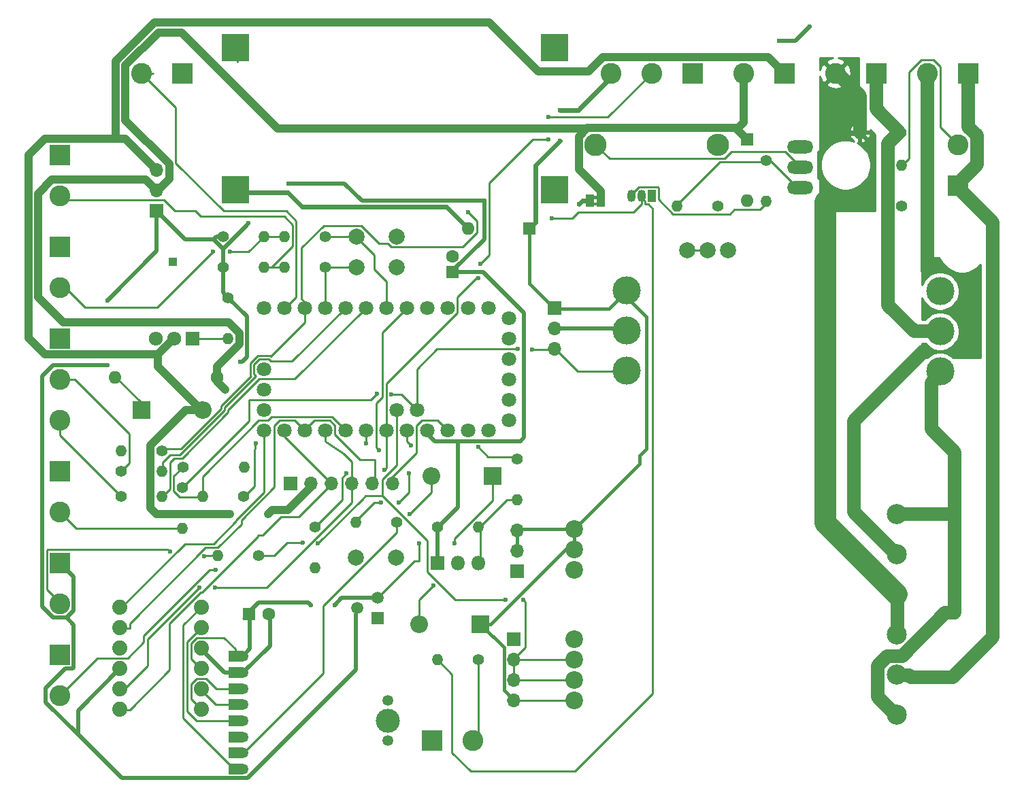
<source format=gbr>
G04 #@! TF.GenerationSoftware,KiCad,Pcbnew,5.1.12-84ad8e8a86~92~ubuntu18.04.1*
G04 #@! TF.CreationDate,2021-12-29T15:08:18+01:00*
G04 #@! TF.ProjectId,HM-LC-Bl1-FM_FUEL4EP_PCB,484d2d4c-432d-4426-9c31-2d464d5f4655,rev?*
G04 #@! TF.SameCoordinates,Original*
G04 #@! TF.FileFunction,Copper,L1,Top*
G04 #@! TF.FilePolarity,Positive*
%FSLAX46Y46*%
G04 Gerber Fmt 4.6, Leading zero omitted, Abs format (unit mm)*
G04 Created by KiCad (PCBNEW 5.1.12-84ad8e8a86~92~ubuntu18.04.1) date 2021-12-29 15:08:18*
%MOMM*%
%LPD*%
G01*
G04 APERTURE LIST*
G04 #@! TA.AperFunction,EtchedComponent*
%ADD10C,0.100000*%
G04 #@! TD*
G04 #@! TA.AperFunction,ComponentPad*
%ADD11R,1.000000X1.000000*%
G04 #@! TD*
G04 #@! TA.AperFunction,ComponentPad*
%ADD12O,1.600000X1.600000*%
G04 #@! TD*
G04 #@! TA.AperFunction,ComponentPad*
%ADD13C,1.600000*%
G04 #@! TD*
G04 #@! TA.AperFunction,ComponentPad*
%ADD14R,3.500000X3.500000*%
G04 #@! TD*
G04 #@! TA.AperFunction,ComponentPad*
%ADD15O,1.400000X1.400000*%
G04 #@! TD*
G04 #@! TA.AperFunction,ComponentPad*
%ADD16C,1.400000*%
G04 #@! TD*
G04 #@! TA.AperFunction,ComponentPad*
%ADD17C,3.000000*%
G04 #@! TD*
G04 #@! TA.AperFunction,ComponentPad*
%ADD18C,1.350000*%
G04 #@! TD*
G04 #@! TA.AperFunction,ConnectorPad*
%ADD19R,1.800000X1.350000*%
G04 #@! TD*
G04 #@! TA.AperFunction,ComponentPad*
%ADD20O,1.700000X1.700000*%
G04 #@! TD*
G04 #@! TA.AperFunction,ComponentPad*
%ADD21R,1.700000X1.700000*%
G04 #@! TD*
G04 #@! TA.AperFunction,ComponentPad*
%ADD22O,2.800000X2.800000*%
G04 #@! TD*
G04 #@! TA.AperFunction,ComponentPad*
%ADD23C,2.800000*%
G04 #@! TD*
G04 #@! TA.AperFunction,ComponentPad*
%ADD24O,2.200000X2.200000*%
G04 #@! TD*
G04 #@! TA.AperFunction,ComponentPad*
%ADD25R,2.200000X2.200000*%
G04 #@! TD*
G04 #@! TA.AperFunction,ComponentPad*
%ADD26R,1.600000X1.600000*%
G04 #@! TD*
G04 #@! TA.AperFunction,ComponentPad*
%ADD27C,2.000000*%
G04 #@! TD*
G04 #@! TA.AperFunction,ComponentPad*
%ADD28C,1.879600*%
G04 #@! TD*
G04 #@! TA.AperFunction,ComponentPad*
%ADD29C,2.600000*%
G04 #@! TD*
G04 #@! TA.AperFunction,ComponentPad*
%ADD30R,2.600000X2.600000*%
G04 #@! TD*
G04 #@! TA.AperFunction,ComponentPad*
%ADD31C,2.200000*%
G04 #@! TD*
G04 #@! TA.AperFunction,ComponentPad*
%ADD32C,2.500000*%
G04 #@! TD*
G04 #@! TA.AperFunction,SMDPad,CuDef*
%ADD33R,1.000000X1.500000*%
G04 #@! TD*
G04 #@! TA.AperFunction,ComponentPad*
%ADD34C,1.800000*%
G04 #@! TD*
G04 #@! TA.AperFunction,ComponentPad*
%ADD35C,1.498600*%
G04 #@! TD*
G04 #@! TA.AperFunction,ComponentPad*
%ADD36R,1.498600X1.498600*%
G04 #@! TD*
G04 #@! TA.AperFunction,ComponentPad*
%ADD37C,3.500000*%
G04 #@! TD*
G04 #@! TA.AperFunction,ComponentPad*
%ADD38O,3.251200X1.625600*%
G04 #@! TD*
G04 #@! TA.AperFunction,ComponentPad*
%ADD39R,1.050000X1.500000*%
G04 #@! TD*
G04 #@! TA.AperFunction,ComponentPad*
%ADD40O,1.050000X1.500000*%
G04 #@! TD*
G04 #@! TA.AperFunction,ComponentPad*
%ADD41O,1.800000X1.800000*%
G04 #@! TD*
G04 #@! TA.AperFunction,ComponentPad*
%ADD42R,1.800000X1.800000*%
G04 #@! TD*
G04 #@! TA.AperFunction,ComponentPad*
%ADD43O,1.717500X1.800000*%
G04 #@! TD*
G04 #@! TA.AperFunction,ComponentPad*
%ADD44R,1.717500X1.800000*%
G04 #@! TD*
G04 #@! TA.AperFunction,ViaPad*
%ADD45C,0.600000*%
G04 #@! TD*
G04 #@! TA.AperFunction,ViaPad*
%ADD46C,1.000000*%
G04 #@! TD*
G04 #@! TA.AperFunction,Conductor*
%ADD47C,0.500000*%
G04 #@! TD*
G04 #@! TA.AperFunction,Conductor*
%ADD48C,0.250000*%
G04 #@! TD*
G04 #@! TA.AperFunction,Conductor*
%ADD49C,0.600000*%
G04 #@! TD*
G04 #@! TA.AperFunction,Conductor*
%ADD50C,0.400000*%
G04 #@! TD*
G04 #@! TA.AperFunction,Conductor*
%ADD51C,1.700000*%
G04 #@! TD*
G04 #@! TA.AperFunction,Conductor*
%ADD52C,2.700000*%
G04 #@! TD*
G04 #@! TA.AperFunction,Conductor*
%ADD53C,1.000000*%
G04 #@! TD*
G04 #@! TA.AperFunction,Conductor*
%ADD54C,0.254000*%
G04 #@! TD*
G04 #@! TA.AperFunction,Conductor*
%ADD55C,0.100000*%
G04 #@! TD*
G04 APERTURE END LIST*
D10*
G36*
X102470000Y9725000D02*
G01*
X101970000Y9725000D01*
X101970000Y10125000D01*
X102470000Y10125000D01*
X102470000Y9725000D01*
G37*
G36*
X102470000Y8925000D02*
G01*
X101970000Y8925000D01*
X101970000Y9325000D01*
X102470000Y9325000D01*
X102470000Y8925000D01*
G37*
D11*
X49657000Y1905000D03*
D12*
X42418000Y-12446000D03*
D13*
X55118000Y-12446000D03*
D14*
X97104000Y10875000D03*
X97104000Y28575000D03*
X57404000Y10875000D03*
X57404000Y28575000D03*
D15*
X58534300Y-23609300D03*
D16*
X50914300Y-23609300D03*
D17*
X76380000Y-55220000D03*
D18*
X76380000Y-57720000D03*
X76380000Y-52720000D03*
D19*
X57380000Y-59220000D03*
X57380000Y-57220000D03*
X57380000Y-55220000D03*
X57380000Y-53220000D03*
X57380000Y-51220000D03*
X57380000Y-49220000D03*
X57380000Y-47220000D03*
D18*
X58380000Y-59220000D03*
X58380000Y-57220000D03*
X58380000Y-55220000D03*
X58380000Y-53220000D03*
X58380000Y-51220000D03*
X58380000Y-49220000D03*
X58380000Y-47220000D03*
D19*
X57380000Y-61220000D03*
D18*
X58380000Y-61220000D03*
D20*
X76962000Y-25654000D03*
X74422000Y-25654000D03*
X71882000Y-25654000D03*
X69342000Y-25654000D03*
X66802000Y-25654000D03*
D21*
X64262000Y-25654000D03*
D20*
X92456000Y-31496000D03*
X92456000Y-34036000D03*
D21*
X92456000Y-36576000D03*
D15*
X43180000Y-21590000D03*
D16*
X48260000Y-21590000D03*
D15*
X82550000Y-47625000D03*
D16*
X87630000Y-47625000D03*
D15*
X123444000Y9474200D03*
D16*
X123444000Y14554200D03*
D15*
X112395000Y8890000D03*
D16*
X117475000Y8890000D03*
D15*
X72390000Y-30480000D03*
D16*
X77470000Y-30480000D03*
D15*
X140335000Y13970000D03*
D16*
X140335000Y8890000D03*
D15*
X135128000Y18034000D03*
D16*
X140208000Y18034000D03*
D15*
X87630000Y-31115000D03*
D16*
X82550000Y-31115000D03*
D15*
X92456000Y-27686000D03*
D16*
X92456000Y-22606000D03*
D15*
X67310000Y-36195000D03*
D16*
X67310000Y-31115000D03*
D15*
X55245000Y-34671000D03*
D16*
X60325000Y-34671000D03*
D15*
X50800000Y-31242000D03*
D16*
X50800000Y-26162000D03*
D15*
X63500000Y1270000D03*
D16*
X68580000Y1270000D03*
D15*
X63500000Y5080000D03*
D16*
X68580000Y5080000D03*
D15*
X48260000Y-24130000D03*
D16*
X43180000Y-24130000D03*
D15*
X60960000Y1270000D03*
D16*
X55880000Y1270000D03*
D15*
X60960000Y5080000D03*
D16*
X55880000Y5080000D03*
D15*
X53340000Y-27305000D03*
D16*
X58420000Y-27305000D03*
D15*
X56515000Y-7620000D03*
D16*
X56515000Y-2540000D03*
D15*
X48260000Y-27305000D03*
D16*
X43180000Y-27305000D03*
D22*
X117475000Y16510000D03*
D23*
X102235000Y16510000D03*
D24*
X53340000Y-16510000D03*
D25*
X45720000Y-16510000D03*
D24*
X80264000Y-43180000D03*
D25*
X87884000Y-43180000D03*
D24*
X81788000Y-24765000D03*
D25*
X89408000Y-24765000D03*
D13*
X84455000Y2635000D03*
D26*
X84455000Y635000D03*
D27*
X77390000Y-34925000D03*
X72390000Y-34925000D03*
X77470000Y5080000D03*
X72470000Y5080000D03*
X77470000Y1270000D03*
X72470000Y1270000D03*
D13*
X61595000Y-41910000D03*
D26*
X59095000Y-41910000D03*
D20*
X92075000Y-52705000D03*
X92075000Y-50165000D03*
X92075000Y-47625000D03*
D21*
X92075000Y-45085000D03*
D20*
X97155000Y-8890000D03*
X97155000Y-6350000D03*
D21*
X97155000Y-3810000D03*
D28*
X53213000Y-41071800D03*
X53213000Y-43611800D03*
X53213000Y-51231800D03*
X53213000Y-53771800D03*
X53213000Y-48691800D03*
X43053000Y-41071800D03*
X43053000Y-43611800D03*
X43053000Y-51231800D03*
X43053000Y-53771800D03*
X43053000Y-48691800D03*
X43053000Y-46151800D03*
X53213000Y-46151800D03*
D29*
X86995000Y-57658000D03*
D30*
X81915000Y-57658000D03*
D29*
X120650000Y25400000D03*
D30*
X125730000Y25400000D03*
D29*
X143510000Y25400000D03*
D30*
X148590000Y25400000D03*
D29*
X147320000Y16510000D03*
D30*
X147320000Y11430000D03*
D29*
X132080000Y25400000D03*
D30*
X137160000Y25400000D03*
D29*
X104140000Y25400000D03*
X109220000Y25400000D03*
D30*
X114300000Y25400000D03*
D31*
X99625000Y-36455000D03*
X99625000Y-33915000D03*
X99625000Y-31375000D03*
X99625000Y-45085000D03*
X99625000Y-47625000D03*
X99625000Y-50165000D03*
X99625000Y-52705000D03*
D32*
X139675000Y-29455000D03*
X139675000Y-34455000D03*
X139675000Y-39455000D03*
X139675000Y-44455000D03*
X139675000Y-49455000D03*
X139675000Y-54455000D03*
D33*
X101570000Y9525000D03*
X102870000Y9525000D03*
D34*
X60960000Y-13970000D03*
X60960000Y-16510000D03*
X60960000Y-19050000D03*
X63500000Y-19050000D03*
X66040000Y-19050000D03*
X68580000Y-19050000D03*
X71120000Y-19050000D03*
X73660000Y-19050000D03*
X76200000Y-19050000D03*
X78740000Y-19050000D03*
X81280000Y-19050000D03*
X83820000Y-19050000D03*
X86360000Y-19050000D03*
X88900000Y-19050000D03*
X88900000Y-3810000D03*
X86360000Y-3810000D03*
X83820000Y-3810000D03*
X81280000Y-3810000D03*
X78740000Y-3810000D03*
X76200000Y-3810000D03*
X73660000Y-3810000D03*
X71120000Y-3810000D03*
X68580000Y-3810000D03*
X66040000Y-3810000D03*
X63500000Y-3810000D03*
X60960000Y-3810000D03*
X77470000Y-16510000D03*
X80010000Y-16510000D03*
X60960000Y-11430000D03*
X91440000Y-5080000D03*
X91440000Y-7620000D03*
X91440000Y-10160000D03*
X91440000Y-12700000D03*
X91440000Y-15240000D03*
X91440000Y-17780000D03*
D29*
X35560000Y10160000D03*
D30*
X35560000Y15240000D03*
D29*
X35560000Y-1270000D03*
D30*
X35560000Y3810000D03*
D29*
X35560000Y-40640000D03*
D30*
X35560000Y-35560000D03*
D29*
X35560000Y-52070000D03*
D30*
X35560000Y-46990000D03*
D29*
X35560000Y-29210000D03*
D30*
X35560000Y-24130000D03*
D29*
X45720000Y25400000D03*
D30*
X50800000Y25400000D03*
D29*
X35560000Y-17780000D03*
X35560000Y-12700000D03*
D30*
X35560000Y-7620000D03*
D35*
X75082400Y-39928800D03*
X72542400Y-41198800D03*
D36*
X75082400Y-42468800D03*
D27*
X118680000Y3350000D03*
X116140000Y3350000D03*
X113600000Y3350000D03*
D37*
X106100000Y-1650000D03*
X106100000Y-6650000D03*
X106100000Y-11650000D03*
X145100000Y-1750000D03*
X145100000Y-6750000D03*
X145100000Y-11750000D03*
D38*
X127711200Y16230600D03*
X127711200Y13690600D03*
X127711200Y11150600D03*
D39*
X109220000Y10160000D03*
D40*
X106680000Y10160000D03*
X107950000Y10160000D03*
D41*
X87630000Y-35560000D03*
X85090000Y-35560000D03*
D42*
X82550000Y-35560000D03*
D43*
X47490000Y-7620000D03*
X49780000Y-7620000D03*
D44*
X52070000Y-7620000D03*
D20*
X47625000Y13335000D03*
X47625000Y10795000D03*
D21*
X47625000Y8255000D03*
D12*
X121056400Y9575800D03*
D26*
X121056400Y17195800D03*
D12*
X86360000Y6096000D03*
D26*
X93980000Y6096000D03*
D45*
X125095000Y29464000D03*
X128905000Y31242000D03*
X54864000Y-38608000D03*
X52959000Y-38608000D03*
X88392000Y9525000D03*
X58039000Y-10541000D03*
X41529000Y-10922000D03*
X41478200Y-2895600D03*
X63995300Y11658600D03*
X59055002Y6705600D03*
X100203000Y9144000D03*
X79121000Y-29464000D03*
X82042000Y-38354000D03*
X97790000Y17018000D03*
X97790000Y20828000D03*
X86360000Y8128000D03*
X96774000Y7366000D03*
X92595000Y-8934999D03*
X94361000Y-9017000D03*
X76835000Y-14605000D03*
X75057000Y-14478000D03*
X65786000Y-33020000D03*
X67684943Y-33140943D03*
X91059000Y-40132000D03*
X93218000Y-40132000D03*
X96393000Y17145000D03*
X96393000Y19939000D03*
X75946000Y-24003002D03*
X87630000Y-127000D03*
X87884000Y1651000D03*
X71252145Y-24448225D03*
X79248000Y-20955000D03*
X87630000Y-21150001D03*
X77724000Y-28067000D03*
X78994000Y-24384000D03*
X75565000Y-28067000D03*
X75276516Y-21523204D03*
X73660000Y-20701000D03*
X59944000Y-20701000D03*
X56769000Y3175000D03*
X54609998Y3175000D03*
X80264000Y-33147000D03*
X84709000Y-33147000D03*
X69748400Y-40817800D03*
X66776600Y-40817800D03*
X54991000Y-36449000D03*
X53531441Y-34735441D03*
X49278558Y-34165558D03*
X151650001Y-44818999D03*
D46*
X56769000Y-29464000D03*
X61468000Y-29464000D03*
X56134000Y-13970000D03*
D47*
X97155000Y-6350000D02*
X105410000Y-6350000D01*
X57380000Y-49220000D02*
X56078000Y-49220000D01*
X56078000Y-49220000D02*
X53086000Y-46228000D01*
X58380000Y-49220000D02*
X61722000Y-45878000D01*
X61722000Y-45878000D02*
X61722000Y-42164000D01*
X61722000Y-42164000D02*
X61722000Y-41910000D01*
D48*
X57658000Y26853002D02*
X57658000Y27940000D01*
D47*
X125095000Y29464000D02*
X127127000Y29464000D01*
X127127000Y29464000D02*
X128905000Y31242000D01*
D48*
X69342000Y-25654000D02*
X63500000Y-19812000D01*
X63500000Y-19812000D02*
X63500000Y-19050000D01*
X44255077Y-53848000D02*
X49208077Y-48895000D01*
X42926000Y-53848000D02*
X44255077Y-53848000D01*
X60222093Y-32140001D02*
X60817001Y-32140001D01*
X60817001Y-32140001D02*
X63086999Y-29870003D01*
X68166999Y-24478999D02*
X69342000Y-25654000D01*
X63086999Y-29870003D02*
X65252997Y-29870003D01*
X65252997Y-29870003D02*
X69342000Y-25781000D01*
X60222093Y-32269909D02*
X60222093Y-32140001D01*
X53259001Y-39233001D02*
X60222093Y-32269909D01*
X53129093Y-39233001D02*
X53259001Y-39233001D01*
X49208077Y-43154017D02*
X53129093Y-39233001D01*
X49208077Y-48895000D02*
X49208077Y-43154017D01*
X71882000Y-28060002D02*
X61334002Y-38608000D01*
X71882000Y-25654000D02*
X71882000Y-28060002D01*
X61334002Y-38608000D02*
X54864000Y-38608000D01*
X46482000Y-45085000D02*
X46482000Y-48387000D01*
X52959000Y-38608000D02*
X46482000Y-45085000D01*
X46482000Y-48387000D02*
X43561000Y-51308000D01*
X68580000Y-19648998D02*
X68580000Y-19050000D01*
X70866000Y-21971000D02*
X68580000Y-20447000D01*
X68580000Y-20447000D02*
X68580000Y-19050000D01*
X71882000Y-25146000D02*
X71882000Y-22987000D01*
X71882000Y-22987000D02*
X70866000Y-21971000D01*
X44255077Y-43688000D02*
X42926000Y-43688000D01*
X44255077Y-43127921D02*
X44255077Y-43688000D01*
X53736999Y-33645999D02*
X44255077Y-43127921D01*
X66040000Y-19050000D02*
X64814999Y-17824999D01*
X55254001Y-33645999D02*
X53736999Y-33645999D01*
X62274999Y-18461999D02*
X62274999Y-26123999D01*
X62274999Y-26123999D02*
X58166000Y-30232998D01*
X58166000Y-30734000D02*
X55254001Y-33645999D01*
X64814999Y-17824999D02*
X62911999Y-17824999D01*
X62911999Y-17824999D02*
X62274999Y-18461999D01*
X58166000Y-30232998D02*
X58166000Y-30734000D01*
X74422000Y-25654000D02*
X74793001Y-25282999D01*
X74793001Y-25282999D02*
X74793001Y-22686995D01*
X66040000Y-19213004D02*
X66040000Y-19050000D01*
X69168001Y-17824999D02*
X67265001Y-17824999D01*
X69805001Y-18461999D02*
X69168001Y-17824999D01*
X74793001Y-22686995D02*
X72943993Y-22686995D01*
X69805001Y-19548003D02*
X69805001Y-18461999D01*
X72943993Y-22686995D02*
X69805001Y-19548003D01*
X67265001Y-17824999D02*
X66167000Y-18923000D01*
X77470000Y-25400000D02*
X76835000Y-25400000D01*
X79965001Y-18461999D02*
X79965001Y-21852997D01*
X82594999Y-17824999D02*
X80602001Y-17824999D01*
X80602001Y-17824999D02*
X79965001Y-18461999D01*
X76835000Y-24982998D02*
X76835000Y-25654000D01*
X79965001Y-21852997D02*
X76835000Y-24982998D01*
X83820000Y-19050000D02*
X82594999Y-17824999D01*
X52070000Y-7620000D02*
X56388000Y-7620000D01*
D47*
X54704002Y4699000D02*
X55868001Y3535001D01*
X47625000Y8255000D02*
X51181000Y4699000D01*
X55868001Y3535001D02*
X55868001Y-1893001D01*
X55868001Y-1893001D02*
X56515000Y-2540000D01*
X51181000Y4699000D02*
X54704002Y4699000D01*
X88392000Y4721998D02*
X84455000Y784998D01*
X88392000Y9525000D02*
X88392000Y4721998D01*
X88245998Y635000D02*
X93345000Y-4464002D01*
X84455000Y635000D02*
X88245998Y635000D01*
X93345000Y-4464002D02*
X93345000Y-19939000D01*
X93345000Y-19939000D02*
X92883999Y-20400001D01*
X82249001Y-20400001D02*
X81407000Y-19558000D01*
X85136999Y-20400001D02*
X85136999Y-28655001D01*
X85136999Y-20400001D02*
X82249001Y-20400001D01*
X92883999Y-20400001D02*
X85136999Y-20400001D01*
X85136999Y-28655001D02*
X82677000Y-31115000D01*
X58865011Y-4890011D02*
X58865011Y-9968989D01*
X56515000Y-2540000D02*
X58865011Y-4890011D01*
X58865011Y-9968989D02*
X58293000Y-10541000D01*
X58293000Y-10541000D02*
X58039000Y-10541000D01*
X72390000Y-41910000D02*
X72390000Y-48875002D01*
X72390000Y-48875002D02*
X58920001Y-62345001D01*
X58920001Y-62345001D02*
X43244999Y-62345001D01*
X82550000Y-31115000D02*
X82550000Y-35306000D01*
X55085002Y5080000D02*
X54704002Y4699000D01*
X55880000Y5080000D02*
X55085002Y5080000D01*
X84455000Y635000D02*
X88002000Y635000D01*
X37310001Y-37310001D02*
X37310001Y-41480001D01*
X35560000Y-35560000D02*
X37310001Y-37310001D01*
X37310001Y-41480001D02*
X36400001Y-42390001D01*
X36400001Y-42390001D02*
X34719999Y-42390001D01*
X34719999Y-42390001D02*
X33359989Y-41029991D01*
X33359989Y-12310009D02*
X34747998Y-10922000D01*
X33359989Y-41029991D02*
X33359989Y-12310009D01*
X34747998Y-10922000D02*
X41529000Y-10922000D01*
X37820999Y-53923801D02*
X37820999Y-56921001D01*
X43053000Y-48691800D02*
X37820999Y-53923801D01*
X43244999Y-62345001D02*
X37820999Y-56921001D01*
X37820999Y-56921001D02*
X33809999Y-52910001D01*
X37220001Y-48740001D02*
X37310001Y-48650001D01*
X37310001Y-43300001D02*
X36400001Y-42390001D01*
X33809999Y-51178401D02*
X36248399Y-48740001D01*
X37310001Y-48650001D02*
X37310001Y-43300001D01*
X36248399Y-48740001D02*
X37220001Y-48740001D01*
X33809999Y-52910001D02*
X33809999Y-51178401D01*
X47625000Y8255000D02*
X47625000Y3251200D01*
X47625000Y3251200D02*
X41478200Y-2895600D01*
X64033400Y11696700D02*
X63995300Y11658600D01*
X70980300Y11696700D02*
X64033400Y11696700D01*
X88392000Y9525000D02*
X73152000Y9525000D01*
X73152000Y9525000D02*
X70980300Y11696700D01*
X55880000Y3530598D02*
X58755003Y6405601D01*
X55880000Y-728002D02*
X55880000Y3530598D01*
X58755003Y6405601D02*
X59055002Y6705600D01*
D49*
X101570000Y9525000D02*
X100584000Y9525000D01*
X100584000Y9525000D02*
X100203000Y9144000D01*
D48*
X68335001Y-40941001D02*
X77470000Y-31806002D01*
X68335001Y-47264999D02*
X68335001Y-40941001D01*
X77470000Y-31806002D02*
X77470000Y-29972000D01*
X81788000Y-24765000D02*
X81788000Y-26797000D01*
X81788000Y-26797000D02*
X79121000Y-29464000D01*
X68335001Y-47264999D02*
X68335001Y-47361999D01*
X58380000Y-59220000D02*
X57188000Y-59220000D01*
X68335001Y-47264999D02*
X68335001Y-49266999D01*
X68335001Y-49266999D02*
X58420000Y-59182000D01*
X58420000Y-59182000D02*
X57150000Y-59182000D01*
X80264000Y-43180000D02*
X80264000Y-40132000D01*
X80264000Y-40132000D02*
X82042000Y-38354000D01*
X92075000Y-52705000D02*
X98425000Y-52705000D01*
X87884000Y-43180000D02*
X88655001Y-43951001D01*
X87884000Y-43180000D02*
X89154000Y-43180000D01*
D50*
X92456000Y-34036000D02*
X92456000Y-31369000D01*
X92456000Y-31369000D02*
X98552000Y-31369000D01*
D49*
X94748999Y13976999D02*
X94748999Y6864999D01*
X97790000Y17018000D02*
X94748999Y13976999D01*
X94748999Y6864999D02*
X93980000Y6096000D01*
X97790000Y20828000D02*
X100076000Y20828000D01*
X100076000Y20828000D02*
X104267000Y25019000D01*
D48*
X89117998Y-43307000D02*
X87884000Y-43307000D01*
X99625000Y-31375000D02*
X99625000Y-33852000D01*
X98425000Y-52705000D02*
X99695000Y-52705000D01*
D50*
X108585000Y-21336000D02*
X107750001Y-22170999D01*
X108585000Y-4953000D02*
X108585000Y-21336000D01*
X93980000Y-762000D02*
X97155000Y-3937000D01*
X93980000Y6096000D02*
X93980000Y-762000D01*
X97155000Y-3937000D02*
X103886000Y-3937000D01*
X106045000Y-2413000D02*
X108585000Y-4953000D01*
X103886000Y-3937000D02*
X106045000Y-1778000D01*
X106045000Y-1778000D02*
X106045000Y-2413000D01*
X107750001Y-22170999D02*
X107750001Y-23186999D01*
X107750001Y-23186999D02*
X99441000Y-31496000D01*
X99441000Y-31496000D02*
X99568000Y-31623000D01*
X99568000Y-31623000D02*
X99568000Y-33782000D01*
X98531998Y-33782000D02*
X89133998Y-43180000D01*
X99568000Y-33782000D02*
X98531998Y-33782000D01*
X89133998Y-43180000D02*
X88138000Y-43180000D01*
X90824999Y-51454999D02*
X90824999Y-46120999D01*
X92075000Y-52705000D02*
X90824999Y-51454999D01*
X90824999Y-46120999D02*
X88138000Y-43434000D01*
D48*
X58445400Y10680700D02*
X58356500Y10591800D01*
X58356500Y10591800D02*
X58013600Y10934700D01*
D49*
X65694908Y8774990D02*
X63941598Y10528300D01*
X86360000Y6096000D02*
X83681010Y8774990D01*
X83681010Y8774990D02*
X65694908Y8774990D01*
X59194700Y10528300D02*
X57404000Y10528300D01*
X59194700Y10528300D02*
X57746900Y10528300D01*
X63941598Y10528300D02*
X59194700Y10528300D01*
X57746900Y10528300D02*
X57365900Y10909300D01*
D48*
X92456000Y-27686000D02*
X91186000Y-27686000D01*
X91186000Y-27686000D02*
X87884000Y-30988000D01*
X87884000Y-30988000D02*
X87884000Y-35306000D01*
X110005001Y11235001D02*
X107597906Y11235001D01*
X110070001Y11170001D02*
X110005001Y11235001D01*
X122699999Y8399999D02*
X119482003Y8399999D01*
X123825000Y9525000D02*
X122699999Y8399999D01*
X107597906Y11235001D02*
X106680000Y10317095D01*
X119482003Y8399999D02*
X118947003Y7864999D01*
X118947003Y7864999D02*
X111902999Y7864999D01*
X111902999Y7864999D02*
X110070001Y9697997D01*
X110070001Y9697997D02*
X110070001Y11170001D01*
X106680000Y10317095D02*
X106680000Y10287000D01*
X107950000Y9160000D02*
X106918000Y8128000D01*
X107950000Y10160000D02*
X107950000Y9160000D01*
X86360000Y8128000D02*
X87485001Y7002999D01*
X87485001Y7002999D02*
X87485001Y5555999D01*
X85689003Y3760001D02*
X77674609Y3760001D01*
X87485001Y5555999D02*
X85689003Y3760001D01*
X76833999Y3754999D02*
X77674609Y3754999D01*
X76388996Y4200002D02*
X76833999Y3754999D01*
X66040000Y-3083002D02*
X65659000Y-2702002D01*
X65659000Y-2702002D02*
X65659000Y3676002D01*
X75311000Y4200002D02*
X76388996Y4200002D01*
X65659000Y3676002D02*
X68387999Y6405001D01*
X73106001Y6405001D02*
X75311000Y4200002D01*
X68387999Y6405001D02*
X73106001Y6405001D01*
X100070896Y8128000D02*
X99308896Y7366000D01*
X106918000Y8128000D02*
X100070896Y8128000D01*
X99308896Y7366000D02*
X96774000Y7366000D01*
X108369999Y9486001D02*
X108077000Y9779000D01*
X108369999Y9149999D02*
X108369999Y9486001D01*
X108434999Y9084999D02*
X108369999Y9149999D01*
X108771001Y9084999D02*
X108434999Y9084999D01*
X84364940Y-49439940D02*
X84364940Y-59197058D01*
X82550000Y-47625000D02*
X84364940Y-49439940D01*
X109347000Y8509000D02*
X108771001Y9084999D01*
X84364940Y-59197058D02*
X86697883Y-61530001D01*
X99651001Y-61530001D02*
X109347000Y-51834002D01*
X86697883Y-61530001D02*
X99651001Y-61530001D01*
X109347000Y-51834002D02*
X109347000Y8509000D01*
X55626000Y-16333002D02*
X50623002Y-21336000D01*
X55626000Y-16001999D02*
X55626000Y-16333002D01*
X59354294Y-12273707D02*
X55626000Y-16001999D01*
X59284988Y-12204401D02*
X59354294Y-12273707D01*
X59284988Y-10655599D02*
X59284988Y-12204401D01*
X60185599Y-9754988D02*
X59284988Y-10655599D01*
X50623002Y-21336000D02*
X48006000Y-21336000D01*
X61734401Y-9754988D02*
X60185599Y-9754988D01*
X66040000Y-5588000D02*
X61803705Y-9824292D01*
X66040000Y-3810000D02*
X66040000Y-5588000D01*
X61803705Y-9824292D02*
X61734401Y-9754988D01*
X48006000Y-27014588D02*
X48006000Y-27305000D01*
X49285001Y-26343499D02*
X48374300Y-27254200D01*
X49838176Y-22532012D02*
X49285001Y-23085187D01*
X64814999Y-12655001D02*
X60369999Y-12655001D01*
X73660000Y-3810000D02*
X64814999Y-12655001D01*
X60369999Y-12655001D02*
X56526022Y-16498978D01*
X56526022Y-16498978D02*
X56526022Y-16829178D01*
X49285001Y-23085187D02*
X49285001Y-26343499D01*
X56526022Y-16829178D02*
X50823188Y-22532012D01*
X50823188Y-22532012D02*
X49838176Y-22532012D01*
X48211412Y-24384000D02*
X47879000Y-24384000D01*
X60371999Y-10204999D02*
X59734999Y-10841999D01*
X56076011Y-16188399D02*
X56076011Y-16519402D01*
X50513411Y-22082001D02*
X49285001Y-22082001D01*
X61548001Y-10204999D02*
X60371999Y-10204999D01*
X56076011Y-16519402D02*
X50513411Y-22082001D01*
X49285001Y-22082001D02*
X48323500Y-23043502D01*
X61803706Y-10460704D02*
X61548001Y-10204999D01*
X64469296Y-10460704D02*
X61803706Y-10460704D01*
X71120000Y-3810000D02*
X64469296Y-10460704D01*
X59734999Y-10841999D02*
X59734999Y-12018001D01*
X59990705Y-12273707D02*
X56076011Y-16188399D01*
X59734999Y-12018001D02*
X59990705Y-12273707D01*
X48323500Y-23043502D02*
X48323500Y-24282400D01*
D51*
X137160000Y25400000D02*
X137160000Y20955000D01*
X137160000Y20955000D02*
X140081000Y18034000D01*
X138584999Y-3456999D02*
X138584999Y16664999D01*
X138584999Y16664999D02*
X139954000Y18034000D01*
X145600000Y-6750000D02*
X141878000Y-6750000D01*
X141878000Y-6750000D02*
X138584999Y-3456999D01*
D48*
X119148003Y15630001D02*
X125847999Y15630001D01*
X118303001Y14784999D02*
X119148003Y15630001D01*
X102235000Y16510000D02*
X103960001Y14784999D01*
X103960001Y14784999D02*
X118303001Y14784999D01*
X125847999Y15630001D02*
X127508000Y13970000D01*
X127635000Y11430000D02*
X127127000Y11430000D01*
X127127000Y11430000D02*
X124079000Y14478000D01*
X123935989Y14334989D02*
X117712989Y14334989D01*
X124079000Y14478000D02*
X123935989Y14334989D01*
X117712989Y14334989D02*
X112395000Y9017000D01*
X51371189Y-54005095D02*
X51371189Y-45402811D01*
X58380000Y-55220000D02*
X52586094Y-55220000D01*
X52586094Y-55220000D02*
X51371189Y-54005095D01*
X51371189Y-45402811D02*
X52832000Y-43942000D01*
X58380000Y-53220000D02*
X54998000Y-53220000D01*
X54998000Y-53220000D02*
X53086000Y-51308000D01*
X51948199Y-50624695D02*
X51948199Y-52532399D01*
X53820105Y-49966999D02*
X52605895Y-49966999D01*
X57380000Y-51220000D02*
X55073106Y-51220000D01*
X52605895Y-49966999D02*
X51948199Y-50624695D01*
X55073106Y-51220000D02*
X53820105Y-49966999D01*
X51948199Y-52532399D02*
X53187600Y-53771800D01*
X53187600Y-53771800D02*
X53162200Y-53771800D01*
X58380000Y-51220000D02*
X57009400Y-51220000D01*
X50921180Y-54921182D02*
X57213998Y-61214000D01*
X53086000Y-41148000D02*
X50921180Y-43312820D01*
X50921180Y-43312820D02*
X50921180Y-54921182D01*
X58380000Y-61220000D02*
X56902000Y-61220000D01*
X68580000Y-3810000D02*
X68580000Y1270000D01*
X68580000Y1270000D02*
X72390000Y1270000D01*
X76200000Y-3810000D02*
X76200000Y-2032000D01*
X76200000Y-498998D02*
X74676000Y1025002D01*
X76200000Y-2032000D02*
X76200000Y-498998D01*
X74676000Y1025002D02*
X74676000Y2794000D01*
X74676000Y2794000D02*
X72390000Y5080000D01*
X72390000Y5080000D02*
X68580000Y5080000D01*
X80010000Y-16510000D02*
X80010000Y-11430000D01*
X80010000Y-11430000D02*
X82505001Y-8934999D01*
X97237001Y-8934999D02*
X99986002Y-11684000D01*
X82505001Y-8934999D02*
X92665001Y-8934999D01*
X92665001Y-8934999D02*
X92595000Y-8934999D01*
X94361000Y-9017000D02*
X96901000Y-9017000D01*
X80010000Y-16510000D02*
X78105000Y-14605000D01*
X78105000Y-14605000D02*
X76835000Y-14605000D01*
X74295000Y-15240000D02*
X59080400Y-15240000D01*
X75057000Y-14478000D02*
X74295000Y-15240000D01*
X59080400Y-15240000D02*
X59080400Y-17881600D01*
X59080400Y-17881600D02*
X50800000Y-26162000D01*
X99986002Y-11684000D02*
X106045000Y-11684000D01*
X62236998Y-34671000D02*
X63887998Y-33020000D01*
X60325000Y-34671000D02*
X62236998Y-34671000D01*
X63887998Y-33020000D02*
X65786000Y-33020000D01*
X67684943Y-33140943D02*
X73233001Y-27592885D01*
X92075000Y-47625000D02*
X98425000Y-47625000D01*
X92075000Y-50165000D02*
X98425000Y-50165000D01*
X92075000Y-47625000D02*
X92075000Y-50165000D01*
X93517999Y-40431999D02*
X93517999Y-46055001D01*
X93218000Y-40132000D02*
X93517999Y-40431999D01*
X93517999Y-46055001D02*
X92075000Y-47498000D01*
X77470000Y-16510000D02*
X77470000Y-23406998D01*
X77470000Y-23406998D02*
X75701999Y-25174999D01*
X84736998Y-40132000D02*
X91059000Y-40132000D01*
X75701999Y-27194997D02*
X81324999Y-32817997D01*
X75701999Y-25174999D02*
X75701999Y-27194997D01*
X81324999Y-32817997D02*
X81324999Y-36720001D01*
X81324999Y-36720001D02*
X84736998Y-40132000D01*
X73630889Y-27194997D02*
X73233001Y-27592885D01*
X75701999Y-27194997D02*
X73630889Y-27194997D01*
X98425000Y-47625000D02*
X99568000Y-47625000D01*
X98425000Y-50165000D02*
X99695000Y-50165000D01*
X76200000Y-13243002D02*
X85045001Y-4398001D01*
X85045001Y-4398001D02*
X85045001Y-2773999D01*
X76200000Y-19304000D02*
X76200000Y-13243002D01*
X109220000Y25400000D02*
X103759000Y19939000D01*
X103759000Y19939000D02*
X96393000Y19939000D01*
X76200000Y-19050000D02*
X76327000Y-19177000D01*
X76200000Y-19050000D02*
X76200000Y-23749002D01*
X76200000Y-23749002D02*
X75946000Y-24003002D01*
X85045001Y-2773999D02*
X85045001Y-2457999D01*
X85045001Y-2457999D02*
X87376000Y-127000D01*
X87376000Y-127000D02*
X87630000Y-127000D01*
X70706999Y-24993371D02*
X71252145Y-24448225D01*
X70706999Y-27718001D02*
X70706999Y-24993371D01*
X67310000Y-31115000D02*
X70706999Y-27718001D01*
X89017001Y2784001D02*
X87884000Y1651000D01*
X89017001Y11747003D02*
X89017001Y2784001D01*
X94414998Y17145000D02*
X89017001Y11747003D01*
X96393000Y17145000D02*
X94414998Y17145000D01*
X78740000Y-19050000D02*
X78740000Y-20447000D01*
X78740000Y-20447000D02*
X79248000Y-20955000D01*
X87630000Y-21150001D02*
X88831999Y-22352000D01*
X88831999Y-22352000D02*
X92583000Y-22352000D01*
X78994000Y-26797000D02*
X78994000Y-24384000D01*
X77724000Y-28067000D02*
X78994000Y-26797000D01*
X72644000Y-30099000D02*
X74676000Y-28067000D01*
X74676000Y-28067000D02*
X75565000Y-28067000D01*
X75682001Y-14905001D02*
X74920001Y-15667001D01*
X74920001Y-21166689D02*
X75276516Y-21523204D01*
X75682001Y-6867999D02*
X75682001Y-14905001D01*
X74920001Y-15667001D02*
X74920001Y-21166689D01*
X78740000Y-3810000D02*
X75682001Y-6867999D01*
X113600000Y3350000D02*
X116030000Y3350000D01*
X145600000Y-1750000D02*
X145600000Y-1963000D01*
D51*
X144049999Y-18924001D02*
X144049999Y-13176001D01*
X146875001Y-21749003D02*
X144049999Y-18924001D01*
X144049999Y-13176001D02*
X145669000Y-11557000D01*
X146566002Y-29455000D02*
X146875001Y-29146001D01*
X140825000Y-29455000D02*
X146566002Y-29455000D01*
X146875001Y-29146001D02*
X146875001Y-21749003D01*
X146875001Y-29146001D02*
X146875001Y-41809001D01*
X137374999Y-48350999D02*
X137374999Y-52284999D01*
X138570999Y-47154999D02*
X137374999Y-48350999D01*
X146875001Y-41809001D02*
X145725001Y-41809001D01*
X140379003Y-47154999D02*
X138570999Y-47154999D01*
X145725001Y-41809001D02*
X140379003Y-47154999D01*
X137374999Y-52284999D02*
X139700000Y-54610000D01*
D48*
X69444989Y-17374989D02*
X71120000Y-19050000D01*
X61908013Y-17374989D02*
X69444989Y-17374989D01*
X61458003Y-17824999D02*
X61908013Y-17374989D01*
X53340000Y-24815800D02*
X60330801Y-17824999D01*
X49735010Y-24788590D02*
X49735010Y-26614012D01*
X50914300Y-23609300D02*
X49735010Y-24788590D01*
X50502198Y-27381200D02*
X53352700Y-27381200D01*
X60330801Y-17824999D02*
X61458003Y-17824999D01*
X53352700Y-27381200D02*
X53340000Y-27368500D01*
X53340000Y-27368500D02*
X53340000Y-24815800D01*
X49735010Y-26614012D02*
X50502198Y-27381200D01*
X73660000Y-19050000D02*
X73660000Y-20701000D01*
X59817000Y-21633264D02*
X59817000Y-26035000D01*
X59944000Y-20701000D02*
X59817000Y-21633264D01*
X59817000Y-26035000D02*
X58547000Y-27305000D01*
X54681013Y-33195989D02*
X51132011Y-33195989D01*
X57531000Y-30346002D02*
X54681013Y-33195989D01*
X60960000Y-19050000D02*
X60960000Y-26802588D01*
X57531000Y-30231588D02*
X57531000Y-30346002D01*
X60960000Y-26802588D02*
X57531000Y-30231588D01*
X51132011Y-33195989D02*
X42799000Y-41529000D01*
X63500000Y5080000D02*
X60960000Y5080000D01*
X60960000Y5080000D02*
X59055000Y3175000D01*
X59055000Y3175000D02*
X56769000Y3175000D01*
X47685797Y-3749201D02*
X54609998Y3175000D01*
X35560000Y-635000D02*
X38674201Y-3749201D01*
X38674201Y-3749201D02*
X47685797Y-3749201D01*
D47*
X53538000Y-49220000D02*
X53086000Y-48768000D01*
D48*
X58380000Y-42458000D02*
X58928000Y-41910000D01*
X80264000Y-33147000D02*
X80264000Y-35306000D01*
X84709000Y-32512000D02*
X84709000Y-33147000D01*
X89408000Y-27813000D02*
X84709000Y-32512000D01*
X89408000Y-24765000D02*
X89408000Y-27813000D01*
X58380000Y-47220000D02*
X57301000Y-47220000D01*
X51948199Y-45544695D02*
X51948199Y-47553999D01*
X52616293Y-44876601D02*
X51948199Y-45544695D01*
X55961601Y-44876601D02*
X52616293Y-44876601D01*
X57380000Y-47220000D02*
X57380000Y-46295000D01*
X57380000Y-46295000D02*
X55961601Y-44876601D01*
X51948199Y-47553999D02*
X53162200Y-48768000D01*
X80264000Y-35306000D02*
X79679800Y-35306000D01*
X79679800Y-35306000D02*
X74861301Y-40124499D01*
D47*
X75082400Y-39928800D02*
X70637400Y-39928800D01*
X70637400Y-39928800D02*
X69748400Y-40817800D01*
X66476601Y-40517801D02*
X60269399Y-40517801D01*
X66776600Y-40817800D02*
X66476601Y-40517801D01*
X60269399Y-40517801D02*
X59207400Y-41579800D01*
X59207400Y-41579800D02*
X59207400Y-46278800D01*
X59207400Y-46278800D02*
X58166000Y-47320200D01*
D48*
X45720000Y-16510000D02*
X45720000Y-15621000D01*
X45720000Y-15621000D02*
X42545000Y-12446000D01*
X63500000Y1270000D02*
X60960000Y1270000D01*
X36100001Y9619999D02*
X35560000Y10160000D01*
X48545003Y9619999D02*
X36100001Y9619999D01*
X49895003Y8269999D02*
X48545003Y9619999D01*
X64525001Y6518799D02*
X63487300Y7556500D01*
X53098700Y7556500D02*
X52385201Y8269999D01*
X52385201Y8269999D02*
X49895003Y8269999D01*
X60960000Y1270000D02*
X61949949Y1270000D01*
X61949949Y1270000D02*
X64525001Y3845052D01*
X63487300Y7556500D02*
X53098700Y7556500D01*
X64525001Y3845052D02*
X64525001Y6518799D01*
X43180000Y-27305000D02*
X35560000Y-19685000D01*
X35560000Y-19685000D02*
X35560000Y-17780000D01*
X44205001Y-19506524D02*
X37398477Y-12700000D01*
X43180000Y-24130000D02*
X44205001Y-23104999D01*
X44205001Y-23104999D02*
X44205001Y-19506524D01*
X37398477Y-12700000D02*
X35687000Y-12700000D01*
X45720000Y25400000D02*
X47142400Y25400000D01*
X50000011Y21145389D02*
X45669200Y25476200D01*
X64975011Y7008589D02*
X63741300Y8242300D01*
X64975011Y-2461989D02*
X64975011Y7008589D01*
X63627000Y-3810000D02*
X64975011Y-2461989D01*
X63741300Y8242300D02*
X55951698Y8242300D01*
X55951698Y8242300D02*
X50000011Y14193987D01*
X50000011Y14193987D02*
X50000011Y21145389D01*
X37465000Y-31115000D02*
X35560000Y-29210000D01*
X37592000Y-31242000D02*
X37465000Y-31115000D01*
X50800000Y-31242000D02*
X37592000Y-31242000D01*
X66802000Y-36449000D02*
X67183000Y-36068000D01*
X46031990Y-45408010D02*
X46031990Y-44610008D01*
X54192998Y-36449000D02*
X54991000Y-36449000D01*
X44023399Y-47416601D02*
X46031990Y-45408010D01*
X35560000Y-52070000D02*
X40213399Y-47416601D01*
X46031990Y-44610008D02*
X54192998Y-36449000D01*
X40213399Y-47416601D02*
X44023399Y-47416601D01*
X55245000Y-34671000D02*
X53467000Y-34671000D01*
X53467000Y-34671000D02*
X53531441Y-34735441D01*
X33934999Y-33999999D02*
X33934999Y-38887999D01*
X34069439Y-33865559D02*
X33934999Y-33999999D01*
X49278558Y-34165558D02*
X48978559Y-33865559D01*
X48978559Y-33865559D02*
X34069439Y-33865559D01*
X33934999Y-38887999D02*
X35560000Y-40513000D01*
D51*
X135128000Y18034000D02*
X135128000Y22479000D01*
X135128000Y22479000D02*
X135128000Y22606000D01*
X135128000Y22606000D02*
X132207000Y25527000D01*
D49*
X130049999Y15554001D02*
X132402998Y17907000D01*
X130049999Y12385999D02*
X130049999Y15554001D01*
X130810000Y11625998D02*
X130049999Y12385999D01*
X132402998Y17907000D02*
X135128000Y17907000D01*
X130810000Y11625998D02*
X130810000Y9398000D01*
X133662002Y9398000D02*
X130810000Y9398000D01*
X136650001Y12385999D02*
X133662002Y9398000D01*
X136650001Y16511999D02*
X136650001Y12385999D01*
X135128000Y18034000D02*
X136650001Y16511999D01*
D51*
X139827000Y-39497000D02*
X139827000Y-44450000D01*
D52*
X130810000Y-29440000D02*
X130810000Y9398000D01*
X130810000Y-30590000D02*
X130810000Y-29440000D01*
X139675000Y-39455000D02*
X130810000Y-30590000D01*
D51*
X143510000Y25400000D02*
X143510000Y2032000D01*
X134366000Y-19653998D02*
X134366000Y-27940000D01*
X134366000Y-18545998D02*
X134366000Y-19653998D01*
D49*
X143510000Y2032000D02*
X143510000Y1510000D01*
D51*
X134366000Y-27940000D02*
X134366000Y-29210000D01*
X134366000Y-29210000D02*
X139700000Y-34544000D01*
X134366000Y-18545998D02*
X134366000Y-17907000D01*
X134366000Y-17907000D02*
X143129000Y-9144000D01*
X149670001Y17638001D02*
X149670001Y14034001D01*
X148590000Y25400000D02*
X148590000Y18718002D01*
X148590000Y18718002D02*
X149670001Y17638001D01*
X149670001Y14034001D02*
X147066000Y11430000D01*
X151650001Y6845999D02*
X151650001Y-44818999D01*
X147066000Y11430000D02*
X151650001Y6845999D01*
X151650001Y-44818999D02*
X146685000Y-49784000D01*
X141478000Y-49784000D02*
X141224000Y-49530000D01*
X146685000Y-49784000D02*
X141478000Y-49784000D01*
X141224000Y-49530000D02*
X139573000Y-49530000D01*
D48*
X144290001Y27025001D02*
X142729999Y27025001D01*
X142729999Y27025001D02*
X141256009Y25551011D01*
X145135001Y26180001D02*
X144290001Y27025001D01*
X147320000Y16510000D02*
X145135001Y18694999D01*
X141256009Y25551011D02*
X141256009Y14764009D01*
X145135001Y18694999D02*
X145135001Y26180001D01*
X141256009Y14764009D02*
X140335000Y13843000D01*
X140335000Y13843000D02*
X139954000Y13843000D01*
D53*
X33699999Y-9620001D02*
X47783999Y-9620001D01*
X31659979Y-7579981D02*
X33699999Y-9620001D01*
X31659979Y15199981D02*
X31659979Y-7579981D01*
X33699999Y17240001D02*
X31659979Y15199981D01*
X47625000Y13335000D02*
X43719999Y17240001D01*
X47783999Y-9620001D02*
X49911000Y-7493000D01*
X47783999Y-11121001D02*
X47783999Y-9620001D01*
X53172998Y-16510000D02*
X47783999Y-11121001D01*
X53340000Y-16510000D02*
X53172998Y-16510000D01*
X46859999Y-28698999D02*
X47625000Y-29464000D01*
X53340000Y-16510000D02*
X51267998Y-16510000D01*
X46859999Y-20917999D02*
X46859999Y-28698999D01*
X51267998Y-16510000D02*
X46859999Y-20917999D01*
X47625000Y-29464000D02*
X56769000Y-29464000D01*
X63912001Y-28964001D02*
X66802000Y-26074002D01*
X61468000Y-29464000D02*
X61967999Y-28964001D01*
X61967999Y-28964001D02*
X63912001Y-28964001D01*
X66802000Y-26074002D02*
X66802000Y-25654000D01*
X47357938Y31695010D02*
X42519989Y26857061D01*
X125730000Y25400000D02*
X123729999Y27400001D01*
X103179999Y27400001D02*
X101374997Y25594999D01*
X101374997Y25594999D02*
X95101071Y25594999D01*
X123729999Y27400001D02*
X103179999Y27400001D01*
X95101071Y25594999D02*
X89001059Y31695011D01*
X89001059Y31695011D02*
X47357938Y31695010D01*
X42519989Y26857061D02*
X42519989Y17500989D01*
X43719999Y17240001D02*
X42259001Y17240001D01*
X42519989Y17500989D02*
X42259001Y17240001D01*
X42259001Y17240001D02*
X33699999Y17240001D01*
X119819999Y18610001D02*
X111828001Y18610001D01*
X111828001Y18610001D02*
X101226999Y18610001D01*
X57915001Y-6947999D02*
X57915001Y-8292001D01*
X56587001Y-5619999D02*
X57915001Y-6947999D01*
X32859989Y-2503508D02*
X35976480Y-5619999D01*
X35976480Y-5619999D02*
X56587001Y-5619999D01*
X46259999Y12160001D02*
X34599999Y12160001D01*
X47625000Y10795000D02*
X46259999Y12160001D01*
X34599999Y12160001D02*
X32859989Y10419991D01*
X32859989Y10419991D02*
X32859989Y-2503508D01*
X102870000Y10735002D02*
X102870000Y10033000D01*
X101226999Y18610001D02*
X100134999Y17518001D01*
X100134999Y17518001D02*
X100134999Y13470003D01*
X100134999Y13470003D02*
X102870000Y10735002D01*
X62660999Y18557999D02*
X101174996Y18557998D01*
X101174996Y18557998D02*
X101226999Y18610001D01*
X50723997Y30495001D02*
X62660999Y18557999D01*
X48006000Y11049000D02*
X49175001Y12218001D01*
X49175001Y12218001D02*
X49175001Y14079001D01*
X47854999Y30495001D02*
X50723997Y30495001D01*
X49175001Y14079001D02*
X43719999Y19534003D01*
X43719999Y19534003D02*
X43719999Y26360001D01*
X43719999Y26360001D02*
X47854999Y30495001D01*
X119819999Y18610001D02*
X119819999Y18457601D01*
X119819999Y18457601D02*
X121031000Y17246600D01*
X120650000Y19287602D02*
X119819999Y18457601D01*
X120650000Y25400000D02*
X120650000Y19287602D01*
X57915001Y-8292001D02*
X55118000Y-11089002D01*
X55118000Y-12954000D02*
X56134000Y-13970000D01*
X55118000Y-11089002D02*
X55118000Y-12954000D01*
D48*
X87630000Y-47625000D02*
X87630000Y-57150000D01*
X87630000Y-57150000D02*
X86995000Y-57785000D01*
X58380000Y-57220000D02*
X57474000Y-57220000D01*
X57474000Y-57220000D02*
X57404000Y-57150000D01*
D54*
X145003818Y2430703D02*
X145123198Y2142494D01*
X145459938Y1638527D01*
X145888527Y1209938D01*
X146392494Y873198D01*
X146952472Y641248D01*
X147546942Y523000D01*
X148153058Y523000D01*
X148747528Y641248D01*
X149307506Y873198D01*
X149811473Y1209938D01*
X150165001Y1563466D01*
X150165001Y-10033000D01*
X146755899Y-10033000D01*
X146620349Y-9897450D01*
X146229721Y-9636440D01*
X145795679Y-9456654D01*
X145334902Y-9365000D01*
X144865098Y-9365000D01*
X144404321Y-9456654D01*
X143970279Y-9636440D01*
X143579651Y-9897450D01*
X143444101Y-10033000D01*
X142875000Y-10033000D01*
X142875000Y-8235000D01*
X143223830Y-8235000D01*
X143247450Y-8270349D01*
X143579651Y-8602550D01*
X143970279Y-8863560D01*
X144404321Y-9043346D01*
X144865098Y-9135000D01*
X145334902Y-9135000D01*
X145795679Y-9043346D01*
X146229721Y-8863560D01*
X146620349Y-8602550D01*
X146952550Y-8270349D01*
X147213560Y-7879721D01*
X147393346Y-7445679D01*
X147485000Y-6984902D01*
X147485000Y-6515098D01*
X147393346Y-6054321D01*
X147213560Y-5620279D01*
X146952550Y-5229651D01*
X146620349Y-4897450D01*
X146229721Y-4636440D01*
X145795679Y-4456654D01*
X145334902Y-4365000D01*
X144865098Y-4365000D01*
X144404321Y-4456654D01*
X143970279Y-4636440D01*
X143579651Y-4897450D01*
X143247450Y-5229651D01*
X143223830Y-5265000D01*
X142875000Y-5265000D01*
X142875000Y-4572000D01*
X142874993Y-4570644D01*
X142853514Y-2558810D01*
X142986440Y-2879721D01*
X143247450Y-3270349D01*
X143579651Y-3602550D01*
X143970279Y-3863560D01*
X144404321Y-4043346D01*
X144865098Y-4135000D01*
X145334902Y-4135000D01*
X145795679Y-4043346D01*
X146229721Y-3863560D01*
X146620349Y-3602550D01*
X146952550Y-3270349D01*
X147213560Y-2879721D01*
X147393346Y-2445679D01*
X147485000Y-1984902D01*
X147485000Y-1515098D01*
X147393346Y-1054321D01*
X147213560Y-620279D01*
X146952550Y-229651D01*
X146620349Y102550D01*
X146229721Y363560D01*
X145795679Y543346D01*
X145334902Y635000D01*
X144865098Y635000D01*
X144404321Y543346D01*
X143970279Y363560D01*
X143579651Y102550D01*
X143247450Y-229651D01*
X142986440Y-620279D01*
X142836678Y-981836D01*
X142800168Y2437976D01*
X145003818Y2430703D01*
G04 #@! TA.AperFunction,Conductor*
D55*
G36*
X145003818Y2430703D02*
G01*
X145123198Y2142494D01*
X145459938Y1638527D01*
X145888527Y1209938D01*
X146392494Y873198D01*
X146952472Y641248D01*
X147546942Y523000D01*
X148153058Y523000D01*
X148747528Y641248D01*
X149307506Y873198D01*
X149811473Y1209938D01*
X150165001Y1563466D01*
X150165001Y-10033000D01*
X146755899Y-10033000D01*
X146620349Y-9897450D01*
X146229721Y-9636440D01*
X145795679Y-9456654D01*
X145334902Y-9365000D01*
X144865098Y-9365000D01*
X144404321Y-9456654D01*
X143970279Y-9636440D01*
X143579651Y-9897450D01*
X143444101Y-10033000D01*
X142875000Y-10033000D01*
X142875000Y-8235000D01*
X143223830Y-8235000D01*
X143247450Y-8270349D01*
X143579651Y-8602550D01*
X143970279Y-8863560D01*
X144404321Y-9043346D01*
X144865098Y-9135000D01*
X145334902Y-9135000D01*
X145795679Y-9043346D01*
X146229721Y-8863560D01*
X146620349Y-8602550D01*
X146952550Y-8270349D01*
X147213560Y-7879721D01*
X147393346Y-7445679D01*
X147485000Y-6984902D01*
X147485000Y-6515098D01*
X147393346Y-6054321D01*
X147213560Y-5620279D01*
X146952550Y-5229651D01*
X146620349Y-4897450D01*
X146229721Y-4636440D01*
X145795679Y-4456654D01*
X145334902Y-4365000D01*
X144865098Y-4365000D01*
X144404321Y-4456654D01*
X143970279Y-4636440D01*
X143579651Y-4897450D01*
X143247450Y-5229651D01*
X143223830Y-5265000D01*
X142875000Y-5265000D01*
X142875000Y-4572000D01*
X142874993Y-4570644D01*
X142853514Y-2558810D01*
X142986440Y-2879721D01*
X143247450Y-3270349D01*
X143579651Y-3602550D01*
X143970279Y-3863560D01*
X144404321Y-4043346D01*
X144865098Y-4135000D01*
X145334902Y-4135000D01*
X145795679Y-4043346D01*
X146229721Y-3863560D01*
X146620349Y-3602550D01*
X146952550Y-3270349D01*
X147213560Y-2879721D01*
X147393346Y-2445679D01*
X147485000Y-1984902D01*
X147485000Y-1515098D01*
X147393346Y-1054321D01*
X147213560Y-620279D01*
X146952550Y-229651D01*
X146620349Y102550D01*
X146229721Y363560D01*
X145795679Y543346D01*
X145334902Y635000D01*
X144865098Y635000D01*
X144404321Y543346D01*
X143970279Y363560D01*
X143579651Y102550D01*
X143247450Y-229651D01*
X142986440Y-620279D01*
X142836678Y-981836D01*
X142800168Y2437976D01*
X145003818Y2430703D01*
G37*
G04 #@! TD.AperFunction*
D54*
X131651049Y27296457D02*
X131289310Y27176333D01*
X131042317Y27044312D01*
X130910381Y26749224D01*
X132080000Y25579605D01*
X133249619Y26749224D01*
X133117683Y27044312D01*
X132776955Y27215159D01*
X132450342Y27305000D01*
X135001000Y27305000D01*
X135001000Y19812000D01*
X135003440Y19787224D01*
X135010667Y19763399D01*
X135022403Y19741443D01*
X135038197Y19722197D01*
X135443977Y19316417D01*
X135255000Y19204201D01*
X135255000Y18161000D01*
X136297374Y18161000D01*
X136410371Y18350023D01*
X137033000Y17727394D01*
X137033000Y8255000D01*
X130175000Y8255000D01*
X130175000Y14277983D01*
X130223000Y14277983D01*
X130223000Y13662017D01*
X130343169Y13057888D01*
X130578889Y12488810D01*
X130921101Y11976654D01*
X131356654Y11541101D01*
X131868810Y11198889D01*
X132437888Y10963169D01*
X133042017Y10843000D01*
X133657983Y10843000D01*
X134262112Y10963169D01*
X134831190Y11198889D01*
X135343346Y11541101D01*
X135778899Y11976654D01*
X136121111Y12488810D01*
X136356831Y13057888D01*
X136477000Y13662017D01*
X136477000Y14277983D01*
X136356831Y14882112D01*
X136121111Y15451190D01*
X135778899Y15963346D01*
X135343346Y16398899D01*
X134831190Y16741111D01*
X134809511Y16750091D01*
X135001000Y16863799D01*
X135001000Y17907000D01*
X135255000Y17907000D01*
X135255000Y16863799D01*
X135461330Y16741278D01*
X135707123Y16831147D01*
X135930660Y16967241D01*
X136123351Y17144330D01*
X136277792Y17355608D01*
X136388047Y17592956D01*
X136420716Y17700671D01*
X136297374Y17907000D01*
X135255000Y17907000D01*
X135001000Y17907000D01*
X133958626Y17907000D01*
X133835284Y17700671D01*
X133867953Y17592956D01*
X133978208Y17355608D01*
X134132649Y17144330D01*
X134325340Y16967241D01*
X134410640Y16915309D01*
X134262112Y16976831D01*
X133657983Y17097000D01*
X133042017Y17097000D01*
X132437888Y16976831D01*
X131868810Y16741111D01*
X131356654Y16398899D01*
X130921101Y15963346D01*
X130578889Y15451190D01*
X130343169Y14882112D01*
X130223000Y14277983D01*
X130175000Y14277983D01*
X130175000Y18367329D01*
X133835284Y18367329D01*
X133958626Y18161000D01*
X135001000Y18161000D01*
X135001000Y19204201D01*
X134794670Y19326722D01*
X134548877Y19236853D01*
X134325340Y19100759D01*
X134132649Y18923670D01*
X133978208Y18712392D01*
X133867953Y18475044D01*
X133835284Y18367329D01*
X130175000Y18367329D01*
X130175000Y24050776D01*
X130910381Y24050776D01*
X131042317Y23755688D01*
X131383045Y23584841D01*
X131750557Y23483750D01*
X132130729Y23456299D01*
X132508951Y23503543D01*
X132870690Y23623667D01*
X133117683Y23755688D01*
X133249619Y24050776D01*
X132080000Y25220395D01*
X130910381Y24050776D01*
X130175000Y24050776D01*
X130175000Y25039442D01*
X130183543Y24971049D01*
X130303667Y24609310D01*
X130435688Y24362317D01*
X130730776Y24230381D01*
X131900395Y25400000D01*
X132259605Y25400000D01*
X133429224Y24230381D01*
X133724312Y24362317D01*
X133895159Y24703045D01*
X133996250Y25070557D01*
X134023701Y25450729D01*
X133976457Y25828951D01*
X133856333Y26190690D01*
X133724312Y26437683D01*
X133429224Y26569619D01*
X132259605Y25400000D01*
X131900395Y25400000D01*
X130730776Y26569619D01*
X130435688Y26437683D01*
X130264841Y26096955D01*
X130175000Y25770342D01*
X130175000Y27305000D01*
X131719442Y27305000D01*
X131651049Y27296457D01*
G04 #@! TA.AperFunction,Conductor*
D55*
G36*
X131651049Y27296457D02*
G01*
X131289310Y27176333D01*
X131042317Y27044312D01*
X130910381Y26749224D01*
X132080000Y25579605D01*
X133249619Y26749224D01*
X133117683Y27044312D01*
X132776955Y27215159D01*
X132450342Y27305000D01*
X135001000Y27305000D01*
X135001000Y19812000D01*
X135003440Y19787224D01*
X135010667Y19763399D01*
X135022403Y19741443D01*
X135038197Y19722197D01*
X135443977Y19316417D01*
X135255000Y19204201D01*
X135255000Y18161000D01*
X136297374Y18161000D01*
X136410371Y18350023D01*
X137033000Y17727394D01*
X137033000Y8255000D01*
X130175000Y8255000D01*
X130175000Y14277983D01*
X130223000Y14277983D01*
X130223000Y13662017D01*
X130343169Y13057888D01*
X130578889Y12488810D01*
X130921101Y11976654D01*
X131356654Y11541101D01*
X131868810Y11198889D01*
X132437888Y10963169D01*
X133042017Y10843000D01*
X133657983Y10843000D01*
X134262112Y10963169D01*
X134831190Y11198889D01*
X135343346Y11541101D01*
X135778899Y11976654D01*
X136121111Y12488810D01*
X136356831Y13057888D01*
X136477000Y13662017D01*
X136477000Y14277983D01*
X136356831Y14882112D01*
X136121111Y15451190D01*
X135778899Y15963346D01*
X135343346Y16398899D01*
X134831190Y16741111D01*
X134809511Y16750091D01*
X135001000Y16863799D01*
X135001000Y17907000D01*
X135255000Y17907000D01*
X135255000Y16863799D01*
X135461330Y16741278D01*
X135707123Y16831147D01*
X135930660Y16967241D01*
X136123351Y17144330D01*
X136277792Y17355608D01*
X136388047Y17592956D01*
X136420716Y17700671D01*
X136297374Y17907000D01*
X135255000Y17907000D01*
X135001000Y17907000D01*
X133958626Y17907000D01*
X133835284Y17700671D01*
X133867953Y17592956D01*
X133978208Y17355608D01*
X134132649Y17144330D01*
X134325340Y16967241D01*
X134410640Y16915309D01*
X134262112Y16976831D01*
X133657983Y17097000D01*
X133042017Y17097000D01*
X132437888Y16976831D01*
X131868810Y16741111D01*
X131356654Y16398899D01*
X130921101Y15963346D01*
X130578889Y15451190D01*
X130343169Y14882112D01*
X130223000Y14277983D01*
X130175000Y14277983D01*
X130175000Y18367329D01*
X133835284Y18367329D01*
X133958626Y18161000D01*
X135001000Y18161000D01*
X135001000Y19204201D01*
X134794670Y19326722D01*
X134548877Y19236853D01*
X134325340Y19100759D01*
X134132649Y18923670D01*
X133978208Y18712392D01*
X133867953Y18475044D01*
X133835284Y18367329D01*
X130175000Y18367329D01*
X130175000Y24050776D01*
X130910381Y24050776D01*
X131042317Y23755688D01*
X131383045Y23584841D01*
X131750557Y23483750D01*
X132130729Y23456299D01*
X132508951Y23503543D01*
X132870690Y23623667D01*
X133117683Y23755688D01*
X133249619Y24050776D01*
X132080000Y25220395D01*
X130910381Y24050776D01*
X130175000Y24050776D01*
X130175000Y25039442D01*
X130183543Y24971049D01*
X130303667Y24609310D01*
X130435688Y24362317D01*
X130730776Y24230381D01*
X131900395Y25400000D01*
X132259605Y25400000D01*
X133429224Y24230381D01*
X133724312Y24362317D01*
X133895159Y24703045D01*
X133996250Y25070557D01*
X134023701Y25450729D01*
X133976457Y25828951D01*
X133856333Y26190690D01*
X133724312Y26437683D01*
X133429224Y26569619D01*
X132259605Y25400000D01*
X131900395Y25400000D01*
X130730776Y26569619D01*
X130435688Y26437683D01*
X130264841Y26096955D01*
X130175000Y25770342D01*
X130175000Y27305000D01*
X131719442Y27305000D01*
X131651049Y27296457D01*
G37*
G04 #@! TD.AperFunction*
M02*

</source>
